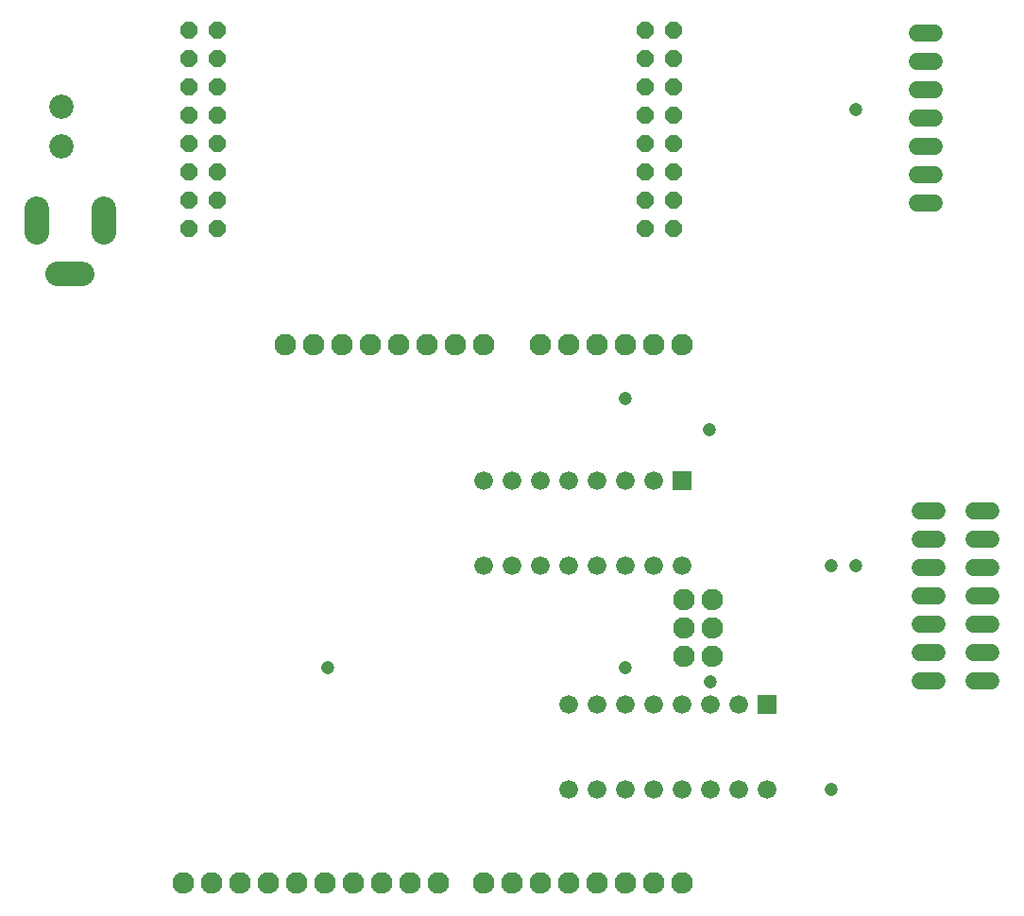
<source format=gbr>
G04 EAGLE Gerber RS-274X export*
G75*
%MOMM*%
%FSLAX34Y34*%
%LPD*%
%INTop Copper*%
%IPPOS*%
%AMOC8*
5,1,8,0,0,1.08239X$1,22.5*%
G01*
%ADD10C,1.524000*%
%ADD11P,1.649562X8X292.500000*%
%ADD12R,1.676400X1.676400*%
%ADD13C,1.676400*%
%ADD14C,2.184400*%
%ADD15C,2.184400*%
%ADD16C,1.930400*%
%ADD17C,1.206400*%


D10*
X838200Y690880D02*
X822960Y690880D01*
X822960Y716280D02*
X838200Y716280D01*
X838200Y741680D02*
X822960Y741680D01*
X822960Y767080D02*
X838200Y767080D01*
X838200Y792480D02*
X822960Y792480D01*
X822960Y817880D02*
X838200Y817880D01*
X838200Y843280D02*
X822960Y843280D01*
X873760Y262890D02*
X889000Y262890D01*
X889000Y288290D02*
X873760Y288290D01*
X873760Y313690D02*
X889000Y313690D01*
X889000Y339090D02*
X873760Y339090D01*
X873760Y364490D02*
X889000Y364490D01*
X889000Y389890D02*
X873760Y389890D01*
X873760Y415290D02*
X889000Y415290D01*
X840740Y262890D02*
X825500Y262890D01*
X825500Y288290D02*
X840740Y288290D01*
X840740Y313690D02*
X825500Y313690D01*
X825500Y339090D02*
X840740Y339090D01*
X840740Y364490D02*
X825500Y364490D01*
X825500Y389890D02*
X840740Y389890D01*
X840740Y415290D02*
X825500Y415290D01*
D11*
X170180Y845820D03*
X170180Y820420D03*
X170180Y795020D03*
X170180Y769620D03*
X170180Y744220D03*
X170180Y718820D03*
X195580Y845820D03*
X195580Y820420D03*
X195580Y795020D03*
X195580Y769620D03*
X195580Y744220D03*
X195580Y718820D03*
X170180Y693420D03*
X170180Y668020D03*
X195580Y693420D03*
X195580Y668020D03*
D12*
X688340Y241300D03*
D13*
X662940Y241300D03*
X637540Y241300D03*
X612140Y241300D03*
X586740Y241300D03*
X561340Y241300D03*
X535940Y241300D03*
X510540Y241300D03*
X510540Y165100D03*
X535940Y165100D03*
X561340Y165100D03*
X586740Y165100D03*
X612140Y165100D03*
X637540Y165100D03*
X662940Y165100D03*
X688340Y165100D03*
D12*
X612140Y441960D03*
D13*
X586740Y441960D03*
X561340Y441960D03*
X535940Y441960D03*
X510540Y441960D03*
X485140Y441960D03*
X459740Y441960D03*
X434340Y441960D03*
X434340Y365760D03*
X459740Y365760D03*
X485140Y365760D03*
X510540Y365760D03*
X535940Y365760D03*
X561340Y365760D03*
X586740Y365760D03*
X612140Y365760D03*
D14*
X55880Y777460D03*
X55880Y742460D03*
D15*
X52578Y627640D02*
X74422Y627640D01*
X33500Y664718D02*
X33500Y686562D01*
X93500Y686562D02*
X93500Y664718D01*
D16*
X256540Y563880D03*
X281940Y563880D03*
X307340Y563880D03*
X332740Y563880D03*
X358140Y563880D03*
X383540Y563880D03*
X408940Y563880D03*
X434340Y563880D03*
X485140Y563880D03*
X510540Y563880D03*
X535940Y563880D03*
X561340Y563880D03*
X586740Y563880D03*
X612140Y563880D03*
X612140Y81280D03*
X586740Y81280D03*
X561340Y81280D03*
X535940Y81280D03*
X510540Y81280D03*
X485140Y81280D03*
X459740Y81280D03*
X434340Y81280D03*
X393700Y81280D03*
X368300Y81280D03*
X342900Y81280D03*
X317500Y81280D03*
X292100Y81280D03*
X266700Y81280D03*
X241300Y81280D03*
X215900Y81280D03*
X190500Y81280D03*
X165100Y81280D03*
X613540Y284980D03*
X638940Y284980D03*
X613540Y310380D03*
X638940Y310380D03*
X613540Y335780D03*
X638940Y335780D03*
D11*
X579120Y845820D03*
X579120Y820420D03*
X579120Y795020D03*
X579120Y769620D03*
X579120Y744220D03*
X579120Y718820D03*
X604520Y845820D03*
X604520Y820420D03*
X604520Y795020D03*
X604520Y769620D03*
X604520Y744220D03*
X604520Y718820D03*
X579120Y693420D03*
X579120Y668020D03*
X604520Y693420D03*
X604520Y668020D03*
D17*
X745998Y165354D03*
X745744Y365760D03*
X767842Y365760D03*
X767842Y775462D03*
X561340Y275082D03*
X294894Y275082D03*
X561086Y516128D03*
X636778Y488188D03*
X637794Y262128D03*
M02*

</source>
